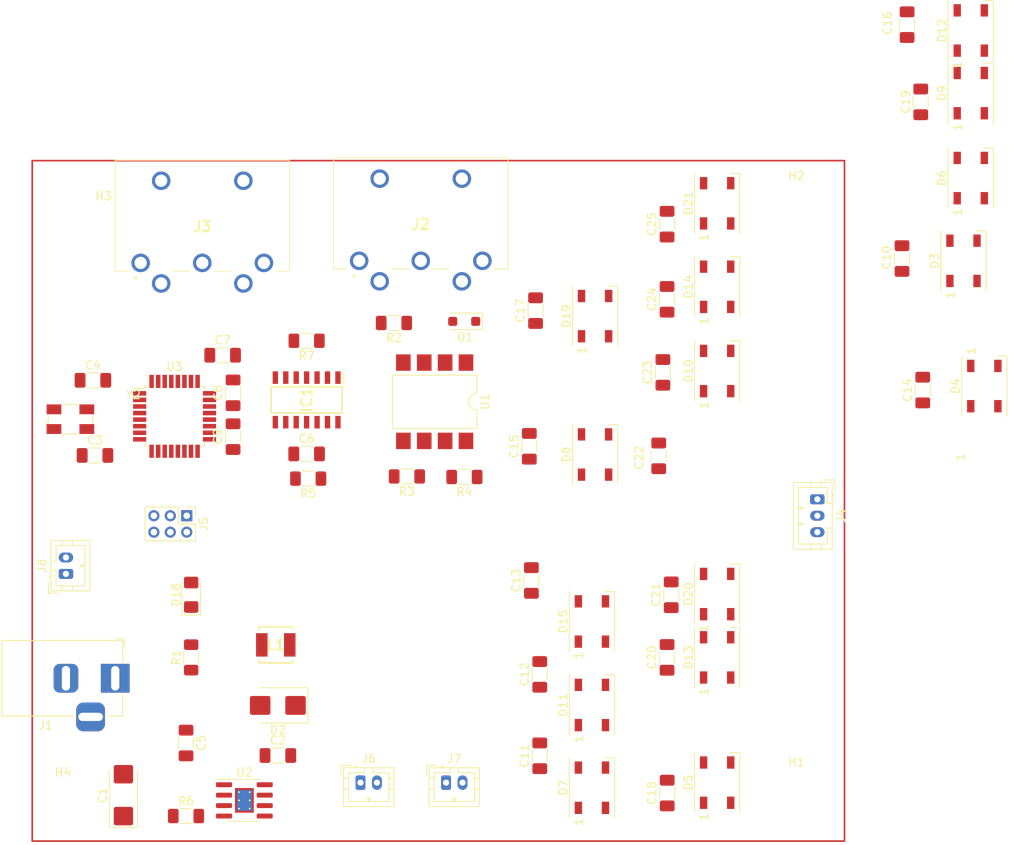
<source format=kicad_pcb>
(kicad_pcb (version 20221018) (generator pcbnew)
  (layers (0 "F.Cu" signal) (31 "B.Cu" signal) (34 "B.Paste" user) (35 "F.Paste" user) (36 "B.SilkS" user "B.Silkscreen") (37 "F.SilkS" user "F.Silkscreen") (38 "B.Mask" user) (39 "F.Mask" user) (44 "Edge.Cuts" user))
  (net 0 "")
  (net 1 "+12V")
  (net 2 "GND")
  (net 3 "Net-(U2-BST)")
  (net 4 "Net-(D2-K)")
  (net 5 "Net-(U3-XTAL2{slash}PB7)")
  (net 6 "Net-(U3-XTAL1{slash}PB6)")
  (net 7 "+5V")
  (net 8 "Net-(D1-K)")
  (net 9 "Net-(D1-A)")
  (net 10 "Net-(D3-DOUT)")
  (net 11 "ONBOARD LED DATA")
  (net 12 "Net-(D4-DOUT)")
  (net 13 "R1_DOUT")
  (net 14 "Net-(D5-DOUT)")
  (net 15 "Net-(D6-DOUT)")
  (net 16 "Net-(D7-DOUT)")
  (net 17 "Net-(D10-DIN)")
  (net 18 "Net-(D12-DIN)")
  (net 19 "Net-(D10-DOUT)")
  (net 20 "Net-(D11-DOUT)")
  (net 21 "Net-(D12-DOUT)")
  (net 22 "Net-(D13-DOUT)")
  (net 24 "Net-(D15-DOUT)")
  (net 25 "Net-(D18-K)")
  (net 26 "Net-(D19-DOUT)")
  (net 27 "Net-(D20-DOUT)")
  (net 28 "MIDI IN")
  (net 29 "Net-(IC1-1Y)")
  (net 30 "Net-(IC1-2Y)")
  (net 39 "Net-(J8-Pin_2)")
  (net 43 "Net-(J2-Pad4)")
  (net 46 "Net-(J3-Pad4)")
  (net 47 "Net-(J3-Pad5)")
  (net 48 "LED DATA")
  (net 49 "RESET")
  (net 50 "MISO")
  (net 51 "MOSI")
  (net 52 "SCK")
  (net 53 "Net-(J6-Pin_1)")
  (net 54 "Net-(J7-Pin_1)")
  (net 55 "Net-(U1-VO1)")
  (net 56 "Net-(U2-PGOOD)")
  (footprint "MountingHole:MountingHole_3mm" (layer "F.Cu") (at 101.6 37.846)
    (fp_text reference "H3" (at 4.572 0) (layer "F.SilkS"))
    (fp_text value "MountingHole")
    (pad "" np_thru_hole circle (at 0 0) (size 3 3) (drill 3) (layers "*.Cu" "*.Mask"))
  )
  (footprint "LED_SMD:LED_WS2812B_PLCC4_5.0x5.0mm_P3.2mm" (layer "F.Cu") (at 165.608 89.61 90)
    (fp_text reference "D15" (at 0 -3.5 90) (layer "F.SilkS"))
    (fp_text value "WS2812B")
    (fp_text user "1" (at -4.15 -1.6 90) (layer "F.SilkS"))
    (pad "1" smd rect (at -2.45 -1.65 90) (size 1.5 0.9) (layers "F.Cu" "F.Paste" "F.Mask") (net 1 "+12V"))
    (pad "2" smd rect (at -2.45 1.65 90) (size 1.5 0.9) (layers "F.Cu" "F.Paste" "F.Mask") (net 24 "Net-(D15-DOUT)"))
    (pad "3" smd rect (at 2.45 1.65 90) (size 1.5 0.9) (layers "F.Cu" "F.Paste" "F.Mask") (net 2 "GND"))
    (pad "4" smd rect (at 2.45 -1.65 90) (size 1.5 0.9) (layers "F.Cu" "F.Paste" "F.Mask") (net 21 "Net-(D12-DOUT)"))
  )
  (footprint "Capacitor_SMD:C_1206_3216Metric_Pad1.33x1.80mm_HandSolder" (layer "F.Cu") (at 174.244 59.294 90)
    (fp_text reference "C23" (at 0 -1.85 90) (layer "F.SilkS"))
    (fp_text value "0.1uF")
    (pad "1" smd roundrect (at -1.5625 0 90) (size 1.325 1.8) (layers "F.Cu" "F.Paste" "F.Mask") (roundrect_rratio 0.188679) (net 1 "+12V"))
    (pad "2" smd roundrect (at 1.5625 0 90) (size 1.325 1.8) (layers "F.Cu" "F.Paste" "F.Mask") (roundrect_rratio 0.188679) (net 2 "GND"))
  )
  (footprint "Capacitor_SMD:C_1206_3216Metric_Pad1.33x1.80mm_HandSolder" (layer "F.Cu") (at 157.988 68.288 90)
    (fp_text reference "C15" (at 0 -1.85 90) (layer "F.SilkS"))
    (fp_text value "0.1uF")
    (pad "1" smd roundrect (at -1.5625 0 90) (size 1.325 1.8) (layers "F.Cu" "F.Paste" "F.Mask") (roundrect_rratio 0.188679) (net 1 "+12V"))
    (pad "2" smd roundrect (at 1.5625 0 90) (size 1.325 1.8) (layers "F.Cu" "F.Paste" "F.Mask") (roundrect_rratio 0.188679) (net 2 "GND"))
  )
  (footprint "MountingHole:MountingHole_3mm" (layer "F.Cu") (at 190.5 110.744)
    (fp_text reference "H1" (at 0 -4) (layer "F.SilkS"))
    (fp_text value "MountingHole")
    (pad "" np_thru_hole circle (at 0 0) (size 3 3) (drill 3) (layers "*.Cu" "*.Mask"))
  )
  (footprint "LED_SMD:LED_WS2812B_PLCC4_5.0x5.0mm_P3.2mm" (layer "F.Cu") (at 180.848 38.72 90)
    (fp_text reference "D21" (at 0 -3.5 90) (layer "F.SilkS"))
    (fp_text value "WS2812B")
    (fp_text user "1" (at -4.15 -1.6 90) (layer "F.SilkS"))
    (pad "1" smd rect (at -2.45 -1.65 90) (size 1.5 0.9) (layers "F.Cu" "F.Paste" "F.Mask") (net 1 "+12V"))
    (pad "2" smd rect (at -2.45 1.65 90) (size 1.5 0.9) (layers "F.Cu" "F.Paste" "F.Mask") (net 13 "R1_DOUT"))
    (pad "3" smd rect (at 2.45 1.65 90) (size 1.5 0.9) (layers "F.Cu" "F.Paste" "F.Mask") (net 2 "GND"))
    (pad "4" smd rect (at 2.45 -1.65 90) (size 1.5 0.9) (layers "F.Cu" "F.Paste" "F.Mask") (net 27 "Net-(D20-DOUT)"))
  )
  (footprint "Capacitor_SMD:C_1206_3216Metric_Pad1.33x1.80mm_HandSolder" (layer "F.Cu") (at 120.668 57.21)
    (fp_text reference "C7" (at 0 -1.85) (layer "F.SilkS"))
    (fp_text value "10uF")
    (pad "1" smd roundrect (at -1.5625 0) (size 1.325 1.8) (layers "F.Cu" "F.Paste" "F.Mask") (roundrect_rratio 0.188679) (net 7 "+5V"))
    (pad "2" smd roundrect (at 1.5625 0) (size 1.325 1.8) (layers "F.Cu" "F.Paste" "F.Mask") (roundrect_rratio 0.188679) (net 2 "GND"))
  )
  (footprint "LED_SMD:LED_WS2812B_PLCC4_5.0x5.0mm_P3.2mm" (layer "F.Cu") (at 165.99 69.29 90)
    (fp_text reference "D8" (at 0 -3.5 90) (layer "F.SilkS"))
    (fp_text value "WS2812B")
    (fp_text user "1" (at 12.6 45.77 90) (layer "F.SilkS"))
    (pad "1" smd rect (at -2.45 -1.65 90) (size 1.5 0.9) (layers "F.Cu" "F.Paste" "F.Mask") (net 1 "+12V"))
    (pad "2" smd rect (at -2.45 1.65 90) (size 1.5 0.9) (layers "F.Cu" "F.Paste" "F.Mask") (net 17 "Net-(D10-DIN)"))
    (pad "3" smd rect (at 2.45 1.65 90) (size 1.5 0.9) (layers "F.Cu" "F.Paste" "F.Mask") (net 2 "GND"))
    (pad "4" smd rect (at 2.45 -1.65 90) (size 1.5 0.9) (layers "F.Cu" "F.Paste" "F.Mask") (net 16 "Net-(D7-DOUT)"))
  )
  (footprint "LED_SMD:LED_WS2812B_PLCC4_5.0x5.0mm_P3.2mm" (layer "F.Cu") (at 211.71 17.69 90)
    (fp_text reference "D12" (at 0 -3.5 90) (layer "F.SilkS"))
    (fp_text value "WS2812B")
    (fp_text user "1" (at -4.15 -1.6 90) (layer "F.SilkS"))
    (pad "1" smd rect (at -2.45 -1.65 90) (size 1.5 0.9) (layers "F.Cu" "F.Paste" "F.Mask") (net 1 "+12V"))
    (pad "2" smd rect (at -2.45 1.65 90) (size 1.5 0.9) (layers "F.Cu" "F.Paste" "F.Mask") (net 21 "Net-(D12-DOUT)"))
    (pad "3" smd rect (at 2.45 1.65 90) (size 1.5 0.9) (layers "F.Cu" "F.Paste" "F.Mask") (net 2 "GND"))
    (pad "4" smd rect (at 2.45 -1.65 90) (size 1.5 0.9) (layers "F.Cu" "F.Paste" "F.Mask") (net 18 "Net-(D12-DIN)"))
  )
  (footprint "Capacitor_SMD:C_1206_3216Metric_Pad1.33x1.80mm_HandSolder" (layer "F.Cu") (at 158.242 84.618 90)
    (fp_text reference "C13" (at 0 -1.85 90) (layer "F.SilkS"))
    (fp_text value "0.1uF")
    (pad "1" smd roundrect (at -1.5625 0 90) (size 1.325 1.8) (layers "F.Cu" "F.Paste" "F.Mask") (roundrect_rratio 0.188679) (net 1 "+12V"))
    (pad "2" smd roundrect (at 1.5625 0 90) (size 1.325 1.8) (layers "F.Cu" "F.Paste" "F.Mask") (roundrect_rratio 0.188679) (net 2 "GND"))
  )
  (footprint "Capacitor_SMD:C_1206_3216Metric_Pad1.33x1.80mm_HandSolder" (layer "F.Cu") (at 175.26 86.36 90)
    (fp_text reference "C21" (at 0 -1.85 90) (layer "F.SilkS"))
    (fp_text value "0.1uF")
    (pad "1" smd roundrect (at -1.5625 0 90) (size 1.325 1.8) (layers "F.Cu" "F.Paste" "F.Mask") (roundrect_rratio 0.188679) (net 1 "+12V"))
    (pad "2" smd roundrect (at 1.5625 0 90) (size 1.325 1.8) (layers "F.Cu" "F.Paste" "F.Mask") (roundrect_rratio 0.188679) (net 2 "GND"))
  )
  (footprint "Crystal:Crystal_SMD_Abracon_ABM3B-4Pin_5.0x3.2mm" (layer "F.Cu") (at 102.14 64.99)
    (fp_text reference "Y2" (at 7.66 -2.96) (layer "F.SilkS"))
    (fp_text value "16Mhz")
    (pad "1" smd rect (at -2 1.2) (size 1.8 1.2) (layers "F.Cu" "F.Paste" "F.Mask") (net 5 "Net-(U3-XTAL2{slash}PB7)"))
    (pad "2" smd rect (at 2 1.2) (size 1.8 1.2) (layers "F.Cu" "F.Paste" "F.Mask") (net 2 "GND"))
    (pad "3" smd rect (at 2 -1.2) (size 1.8 1.2) (layers "F.Cu" "F.Paste" "F.Mask") (net 6 "Net-(U3-XTAL1{slash}PB6)"))
    (pad "4" smd rect (at -2 -1.2) (size 1.8 1.2) (layers "F.Cu" "F.Paste" "F.Mask") (net 2 "GND"))
  )
  (footprint "Capacitor_SMD:C_1206_3216Metric_Pad1.33x1.80mm_HandSolder" (layer "F.Cu") (at 116.214 104.394 -90)
    (fp_text reference "C5" (at 0 -1.85 90) (layer "F.SilkS"))
    (fp_text value "47uF 6.3V")
    (pad "1" smd roundrect (at -1.5625 0 270) (size 1.325 1.8) (layers "F.Cu" "F.Paste" "F.Mask") (roundrect_rratio 0.188679) (net 7 "+5V"))
    (pad "2" smd roundrect (at 1.5625 0 270) (size 1.325 1.8) (layers "F.Cu" "F.Paste" "F.Mask") (roundrect_rratio 0.188679) (net 2 "GND"))
  )
  (footprint "Bourns-SRP0415:SRP04154R7K" (layer "F.Cu") (at 127.136 92.456 180)
    (fp_text reference "L1" (at 0 0) (layer "F.SilkS") (effects (font (size 1.27 1.27) (thickness 0.254))))
    (fp_text value "4.7uH" hide)
    (pad "1" smd rect (at -1.7 0 180) (size 1.4 2.85) (layers "F.Cu" "F.Paste" "F.Mask") (net 4 "Net-(D2-K)"))
    (pad "2" smd rect (at 1.7 0 180) (size 1.4 2.85) (layers "F.Cu" "F.Paste" "F.Mask") (net 7 "+5V"))
  )
  (footprint "Capacitor_SMD:C_1206_3216Metric_Pad1.33x1.80mm_HandSolder" (layer "F.Cu") (at 203.962 16.98 90)
    (fp_text reference "C16" (at 0.2065 -2.396 90) (layer "F.SilkS"))
    (fp_text value "0.1uF")
    (pad "1" smd roundrect (at -1.5625 0 90) (size 1.325 1.8) (layers "F.Cu" "F.Paste" "F.Mask") (roundrect_rratio 0.188679) (net 1 "+12V"))
    (pad "2" smd roundrect (at 1.5625 0 90) (size 1.325 1.8) (layers "F.Cu" "F.Paste" "F.Mask") (roundrect_rratio 0.188679) (net 2 "GND"))
  )
  (footprint "Connector_JST:JST_PH_B2B-PH-K_1x02_P2.00mm_Vertical" (layer "F.Cu") (at 101.6 83.82 90)
    (fp_text reference "J8" (at 1 -2.9 90) (layer "F.SilkS"))
    (fp_text value "Switch connector")
    (pad "1" thru_hole roundrect (at 0 0 90) (size 1.2 1.75) (drill 0.75) (layers "*.Cu" "*.Mask") (roundrect_rratio 0.208333) (net 1 "+12V"))
    (pad "2" thru_hole oval (at 2 0 90) (size 1.2 1.75) (drill 0.75) (layers "*.Cu" "*.Mask") (net 39 "Net-(J8-Pin_2)"))
  )
  (footprint "LED_SMD:LED_WS2812B_PLCC4_5.0x5.0mm_P3.2mm" (layer "F.Cu") (at 180.848 48.88 90)
    (fp_text reference "D14" (at 0 -3.5 90) (layer "F.SilkS"))
    (fp_text value "WS2812B")
    (fp_text user "1" (at -4.15 -1.6 90) (layer "F.SilkS"))
    (pad "1" smd rect (at -2.45 -1.65 90) (size 1.5 0.9) (layers "F.Cu" "F.Paste" "F.Mask") (net 1 "+12V"))
    (pad "2" smd rect (at -2.45 1.65 90) (size 1.5 0.9) (layers "F.Cu" "F.Paste" "F.Mask"))
    (pad "3" smd rect (at 2.45 1.65 90) (size 1.5 0.9) (layers "F.Cu" "F.Paste" "F.Mask") (net 2 "GND"))
    (pad "4" smd rect (at 2.45 -1.65 90) (size 1.5 0.9) (layers "F.Cu" "F.Paste" "F.Mask") (net 22 "Net-(D13-DOUT)"))
  )
  (footprint "Package_SO:SOIC-8-1EP_3.9x4.9mm_P1.27mm_EP2.29x3mm_ThermalVias" (layer "F.Cu") (at 123.314 111.379)
    (fp_text reference "U2" (at 0 -3.4) (layer "F.SilkS"))
    (fp_text value "Convertor ADP2303ARDZ-5.0")
    (pad "1" smd roundrect (at -2.475 -1.905) (size 1.95 0.6) (layers "F.Cu" "F.Paste" "F.Mask") (net 3 "Net-(U2-BST)"))
    (pad "2" smd roundrect (at -2.475 -0.635) (size 1.95 0.6) (layers "F.Cu" "F.Paste" "F.Mask") (net 1 "+12V"))
    (pad "3" smd roundrect (at -2.475 0.635) (size 1.95 0.6) (layers "F.Cu" "F.Paste" "F.Mask") (net 1 "+12V"))
    (pad "4" smd roundrect (at -2.475 1.905) (size 1.95 0.6) (layers "F.Cu" "F.Paste" "F.Mask") (net 56 "Net-(U2-PGOOD)"))
    (pad "5" smd roundrect (at 2.475 1.905) (size 1.95 0.6) (layers "F.Cu" "F.Paste" "F.Mask") (net 7 "+5V"))
    (pad "6" smd roundrect (at 2.475 0.635) (size 1.95 0.6) (layers "F.Cu" "F.Paste" "F.Mask"))
    (pad "7" smd roundrect (at 2.475 -0.635) (size 1.95 0.6) (layers "F.Cu" "F.Paste" "F.Mask") (net 2 "GND"))
    (pad "8" smd roundrect (at 2.475 -1.905) (size 1.95 0.6) (layers "F.Cu" "F.Paste" "F.Mask") (net 4 "Net-(D2-K)"))
    (pad "9" thru_hole circle (at -0.65 -1) (size 0.5 0.5) (drill 0.2) (layers "*.Cu") (net 2 "GND"))
    (pad "9" thru_hole circle (at -0.65 0) (size 0.5 0.5) (drill 0.2) (layers "*.Cu") (net 2 "GND"))
    (pad "9" thru_hole circle (at -0.65 1) (size 0.5 0.5) (drill 0.2) (layers "*.Cu") (net 2 "GND"))
    (pad "9" smd rect (at 0 0) (size 1.8 2.5) (layers "B.Cu") (net 2 "GND"))
    (pad "9" smd rect (at 0 0) (size 2.29 3) (layers "F.Cu" "F.Mask") (net 2 "GND"))
    (pad "9" thru_hole circle (at 0.65 -1) (size 0.5 0.5) (drill 0.2) (layers "*.Cu") (net 2 "GND"))
    (pad "9" thru_hole circle (at 0.65 0) (size 0.5 0.5) (drill 0.2) (layers "*.Cu") (net 2 "GND"))
    (pad "9" thru_hole circle (at 0.65 1) (size 0.5 0.5) (drill 0.2) (layers "*.Cu") (net 2 "GND"))
  )
  (footprint "Connector_PinHeader_2.00mm:PinHeader_2x03_P2.00mm_Vertical" (layer "F.Cu") (at 116.3 76.74 -90)
    (fp_text reference "J5" (at 1 -2.06 -270) (layer "F.SilkS"))
    (fp_text value "ISP")
    (pad "1" thru_hole rect (at 0 0 270) (size 1.35 1.35) (drill 0.8) (layers "*.Cu" "*.Mask") (net 7 "+5V"))
    (pad "2" thru_hole oval (at 2 0 270) (size 1.35 1.35) (drill 0.8) (layers "*.Cu" "*.Mask") (net 2 "GND"))
    (pad "3" thru_hole oval (at 0 2 270) (size 1.35 1.35) (drill 0.8) (layers "*.Cu" "*.Mask") (net 49 "RESET"))
    (pad "4" thru_hole oval (at 2 2 270) (size 1.35 1.35) (drill 0.8) (layers "*.Cu" "*.Mask") (net 50 "MISO"))
    (pad "5" thru_hole oval (at 0 4 270) (size 1.35 1.35) (drill 0.8) (layers "*.Cu" "*.Mask") (net 51 "MOSI"))
    (pad "6" thru_hole oval (at 2 4 270) (size 1.35 1.35) (drill 0.8) (layers "*.Cu" "*.Mask") (net 52 "SCK"))
  )
  (footprint "LED_SMD:LED_WS2812B_PLCC4_5.0x5.0mm_P3.2mm" (layer "F.Cu") (at 165.608 99.77 90)
    (fp_text reference "D11" (at 0 -3.5 90) (layer "F.SilkS"))
    (fp_text value "WS2812B")
    (fp_text user "1" (at -4.15 -1.6 90) (layer "F.SilkS"))
    (pad "1" smd rect (at -2.45 -1.65 90) (size 1.5 0.9) (layers "F.Cu" "F.Paste" "F.Mask") (net 1 "+12V"))
    (pad "2" smd rect (at -2.45 1.65 90) (size 1.5 0.9) (layers "F.Cu" "F.Paste" "F.Mask") (net 20 "Net-(D11-DOUT)"))
    (pad "3" smd rect (at 2.45 1.65 90) (size 1.5 0.9) (layers "F.Cu" "F.Paste" "F.Mask") (net 2 "GND"))
    (pad "4" smd rect (at 2.45 -1.65 90) (size 1.5 0.9) (layers "F.Cu" "F.Paste" "F.Mask") (net 19 "Net-(D10-DOUT)"))
  )
  (footprint "Connector_JST:JST_PH_B2B-PH-K_1x02_P2.00mm_Vertical" (layer "F.Cu") (at 137.446 109.22)
    (fp_text reference "J6" (at 1 -2.9) (layer "F.SilkS"))
    (fp_text value "Switch connector")
    (pad "1" thru_hole roundrect (at 0 0) (size 1.2 1.75) (drill 0.75) (layers "*.Cu" "*.Mask") (roundrect_rratio 0.208333) (net 53 "Net-(J6-Pin_1)"))
    (pad "2" thru_hole oval (at 2 0) (size 1.2 1.75) (drill 0.75) (layers "*.Cu" "*.Mask") (net 2 "GND"))
  )
  (footprint "Capacitor_SMD:C_1206_3216Metric_Pad1.33x1.80mm_HandSolder" (layer "F.Cu") (at 205.866 61.444 90)
    (fp_text reference "C14" (at 0 -1.85 90) (layer "F.SilkS"))
    (fp_text value "0.1uF")
    (pad "1" smd roundrect (at -1.5625 0 90) (size 1.325 1.8) (layers "F.Cu" "F.Paste" "F.Mask") (roundrect_rratio 0.188679) (net 1 "+12V"))
    (pad "2" smd roundrect (at 1.5625 0 90) (size 1.325 1.8) (layers "F.Cu" "F.Paste" "F.Mask") (roundrect_rratio 0.188679) (net 2 "GND"))
  )
  (footprint "Capacitor_SMD:C_1206_3216Metric_Pad1.33x1.80mm_HandSolder" (layer "F.Cu") (at 130.89 69.214751)
    (fp_text reference "C6" (at 0 -1.85) (layer "F.SilkS"))
    (fp_text value "0.1uF")
    (pad "1" smd roundrect (at -1.5625 0) (size 1.325 1.8) (layers "F.Cu" "F.Paste" "F.Mask") (roundrect_rratio 0.188679) (net 2 "GND"))
    (pad "2" smd roundrect (at 1.5625 0) (size 1.325 1.8) (layers "F.Cu" "F.Paste" "F.Mask") (roundrect_rratio 0.188679) (net 7 "+5V"))
  )
  (footprint "LED_SMD:LED_WS2812B_PLCC4_5.0x5.0mm_P3.2mm" (layer "F.Cu") (at 211.71 25.31 90)
    (fp_text reference "D9" (at 0 -3.5 90) (layer "F.SilkS"))
    (fp_text value "WS2812B")
    (fp_text user "1" (at -4.15 -1.6 90) (layer "F.SilkS"))
    (pad "1" smd rect (at -2.45 -1.65 90) (size 1.5 0.9) (layers "F.Cu" "F.Paste" "F.Mask") (net 1 "+12V"))
    (pad "2" smd rect (at -2.45 1.65 90) (size 1.5 0.9) (layers "F.Cu" "F.Paste" "F.Mask") (net 18 "Net-(D12-DIN)"))
    (pad "3" smd rect (at 2.45 1.65 90) (size 1.5 0.9) (layers "F.Cu" "F.Paste" "F.Mask") (net 2 "GND"))
    (pad "4" smd rect (at 2.45 -1.65 90) (size 1.5 0.9) (layers "F.Cu" "F.Paste" "F.Mask") (net 15 "Net-(D6-DOUT)"))
  )
  (footprint "Diode_SMD:D_SMB" (layer "F.Cu") (at 127.39 99.822 180)
    (fp_text reference "D2" (at 0 -3) (layer "F.SilkS"))
    (fp_text value "SSB43L")
    (pad "1" smd roundrect (at -2.15 0 180) (size 2.5 2.3) (layers "F.Cu" "F.Paste" "F.Mask") (roundrect_rratio 0.1086956522) (net 4 "Net-(D2-K)"))
    (pad "2" smd roundrect (at 2.15 0 180) (size 2.5 2.3) (layers "F.Cu" "F.Paste" "F.Mask") (roundrect_rratio 0.1086956522) (net 2 "GND"))
  )
  (footprint "Capacitor_SMD:C_1206_3216Metric_Pad1.33x1.80mm_HandSolder" (layer "F.Cu") (at 174.752 93.98 90)
    (fp_text reference "C20" (at 0 -1.85 90) (layer "F.SilkS"))
    (fp_text value "0.1uF")
    (pad "1" smd roundrect (at -1.5625 0 90) (size 1.325 1.8) (layers "F.Cu" "F.Paste" "F.Mask") (roundrect_rratio 0.188679) (net 1 "+12V"))
    (pad "2" smd roundrect (at 1.5625 0 90) (size 1.325 1.8) (layers "F.Cu" "F.Paste" "F.Mask") (roundrect_rratio 0.188679) (net 2 "GND"))
  )
  (footprint "Capacitor_SMD:C_1206_3216Metric_Pad1.33x1.80mm_HandSolder" (layer "F.Cu") (at 203.342 45.442 90)
    (fp_text reference "C10" (at 0.1205 -1.888 90) (layer "F.SilkS"))
    (fp_text value "0.1uF")
    (pad "1" smd roundrect (at -1.5625 0 90) (size 1.325 1.8) (layers "F.Cu" "F.Paste" "F.Mask") (roundrect_rratio 0.188679) (net 1 "+12V"))
    (pad "2" smd roundrect (at 1.5625 0 90) (size 1.325 1.8) (layers "F.Cu" "F.Paste" "F.Mask") (roundrect_rratio 0.188679) (net 2 "GND"))
  )
  (footprint "Capacitor_SMD:C_1206_3216Metric_Pad1.33x1.80mm_HandSolder" (layer "F.Cu") (at 159.258 105.954 90)
    (fp_text reference "C11" (at 0 -1.85 90) (layer "F.SilkS"))
    (fp_text value "0.1uF")
    (pad "1" smd roundrect (at -1.5625 0 90) (size 1.325 1.8) (layers "F.Cu" "F.Paste" "F.Mask") (roundrect_rratio 0.188679) (net 1 "+12V"))
    (pad "2" smd roundrect (at 1.5625 0 90) (size 1.325 1.8) (layers "F.Cu" "F.Paste" "F.Mask") (roundrect_rratio 0.188679) (net 2 "GND"))
  )
  (footprint "Connector_BarrelJack:BarrelJack_Horizontal" (layer "F.Cu") (at 107.6 96.52)
    (fp_text reference "J1" (at -8.45 5.75) (layer "F.SilkS"))
    (fp_text value "PWR Jack")
    (pad "1" thru_hole rect (at 0 0) (size 3.5 3.5) (drill oval 1 3) (layers "*.Cu" "*.Mask") (net 39 "Net-(J8-Pin_2)"))
    (pad "2" thru_hole roundrect (at -6 0) (size 3 3.5) (drill oval 1 3) (layers "*.Cu" "*.Mask") (net 2 "GND"))
    (pad "3" thru_hole roundrect (at -3 4.7) (size 3.5 3.5) (drill oval 3 1) (layers "*.Cu" "*.Mask"))
  )
  (footprint "Resistor_SMD:R_1206_3216Metric_Pad1.30x1.75mm_HandSolder" (layer "F.Cu") (at 150.089835 72.024243 180)
    (fp_text reference "R4" (at 0 -1.82) (layer "F.SilkS"))
    (fp_text value "220R")
    (pad "1" smd roundrect (at -1.55 0 180) (size 1.3 1.75) (layers "F.Cu" "F.Paste" "F.Mask") (roundrect_rratio 0.192308) (net 7 "+5V"))
    (pad "2" smd roundrect (at 1.55 0 180) (size 1.3 1.75) (layers "F.Cu" "F.Paste" "F.Mask") (roundrect_rratio 0.192308) (net 28 "MIDI IN"))
  )
  (footprint "LED_SMD:LED_WS2812B_PLCC4_5.0x5.0mm_P3.2mm" (layer "F.Cu") (at 210.82 45.72 90)
    (fp_text reference "D3" (at 0 -3.5 90) (layer "F.SilkS"))
    (fp_text value "WS2812B")
    (fp_text user "1" (at -4.15 -1.6 90) (layer "F.SilkS"))
    (pad "1" smd rect (at -2.45 -1.65 90) (size 1.5 0.9) (layers "F.Cu" "F.Paste" "F.Mask") (net 1 "+12V"))
    (pad "2" smd rect (at -2.45 1.65 90) (size 1.5 0.9) (layers "F.Cu" "F.Paste" "F.Mask") (net 10 "Net-(D3-DOUT)"))
    (pad "3" smd rect (at 2.45 1.65 90) (size 1.5 0.9) (layers "F.Cu" "F.Paste" "F.Mask") (net 2 "GND"))
    (pad "4" smd rect (at 2.45 -1.65 90) (size 1.5 0.9) (layers "F.Cu" "F.Paste" "F.Mask") (net 11 "ONBOARD LED DATA"))
  )
  (footprint "Capacitor_SMD:C_1206_3216Metric_Pad1.33x1.80mm_HandSolder" (layer "F.Cu") (at 121.938 61.782 90)
    (fp_text reference "C8" (at 0 -1.85 90) (layer "F.SilkS"))
    (fp_text value "1uF")
    (pad "1" smd roundrect (at -1.5625 0 90) (size 1.325 1.8) (layers "F.Cu" "F.Paste" "F.Mask") (roundrect_rratio 0.188679) (net 7 "+5V"))
    (pad "2" smd roundrect (at 1.5625 0 90) (size 1.325 1.8) (layers "F.Cu" "F.Paste" "F.Mask") (roundrect_rratio 0.188679) (net 2 "GND"))
  )
  (footprint "Capacitor_SMD:C_1206_3216Metric_Pad1.33x1.80mm_HandSolder" (layer "F.Cu") (at 127.39 105.918)
    (fp_text reference "C2" (at 0 -1.85) (layer "F.SilkS"))
    (fp_text value "0.1uF")
    (pad "1" smd roundrect (at -1.5625 0) (size 1.325 1.8) (layers "F.Cu" "F.Paste" "F.Mask") (roundrect_rratio 0.188679) (net 3 "Net-(U2-BST)"))
    (pad "2" smd roundrect (at 1.5625 0) (size 1.325 1.8) (layers "F.Cu" "F.Paste" "F.Mask") (roundrect_rratio 0.188679) (net 4 "Net-(D2-K)"))
  )
  (footprint "LED_SMD:LED_WS2812B_PLCC4_5.0x5.0mm_P3.2mm" (layer "F.Cu") (at 180.848 86.27 90)
    (fp_text reference "D20" (at 0 -3.5 90) (layer "F.SilkS"))
    (fp_text value "WS2812B")
    (fp_text user "1" (at -4.15 -1.6 90) (layer "F.SilkS"))
    (pad "1" smd rect (at -2.45 -1.65 90) (size 1.5 0.9) (layers "F.Cu" "F.Paste" "F.Mask") (net 1 "+12V"))
    (pad "2" smd rect (at -2.45 1.65 90) (size 1.5 0.9) (layers "F.Cu" "F.Paste" "F.Mask") (net 27 "Net-(D20-DOUT)"))
    (pad "3" smd rect (at 2.45 1.65 90) (size 1.5 0.9) (layers "F.Cu" "F.Paste" "F.Mask") (net 2 "GND"))
    (pad "4" smd rect (at 2.45 -1.65 90) (size 1.5 0.9) (layers "F.Cu" "F.Paste" "F.Mask") (net 26 "Net-(D19-DOUT)"))
  )
  (footprint "Capacitor_Tantalum_SMD:CP_EIA-6032-28_Kemet-C_Pad2.25x2.35mm_HandSolder" (layer "F.Cu") (at 108.594 110.744 90)
    (fp_text reference "C1" (at 0 -2.55 90) (layer "F.SilkS"))
    (fp_text value "10uF 25V")
    (pad "1" smd roundrect (at -2.55 0 90) (size 2.25 2.35) (layers "F.Cu" "F.Paste" "F.Mask") (roundrect_rratio 0.111111) (net 1 "+12V"))
    (pad "2" smd roundrect (at 2.55 0 90) (size 2.25 2.35) (layers "F.Cu" "F.Paste" "F.Mask") (roundrect_rratio 0.111111) (net 2 "GND"))
  )
  (footprint "LED_SMD:LED_WS2812B_PLCC4_5.0x5.0mm_P3.2mm" (layer "F.Cu") (at 180.848 109.22 90)
    (fp_text reference "D5" (at 0 -3.5 90) (layer "F.SilkS"))
    (fp_text value "WS2812B")
    (fp_text user "1" (at -4.15 -1.6 90) (layer "F.SilkS"))
    (pad "1" smd rect (at -2.45 -1.65 90) (size 1.5 0.9) (layers "F.Cu" "F.Paste" "F.Mask") (net 1 "+12V"))
    (pad "2" smd rect (at -2.45 1.65 90) (size 1.5 0.9) (layers "F.Cu" "F.Paste" "F.Mask") (net 14 "Net-(D5-DOUT)"))
    (pad "3" smd rect (at 2.45 1.65 90) (size 1.5 0.9) (layers "F.Cu" "F.Paste" "F.Mask") (net 2 "GND"))
    (pad "4" smd rect (at 2.45 -1.65 90) (size 1.5 0.9) (layers "F.Cu" "F.Paste" "F.Mask") (net 12 "Net-(D4-DOUT)"))
  )
  (footprint "Connector_JST:JST_PH_B3B-PH-K_1x03_P2.00mm_Vertical" (layer "F.Cu") (at 193.04 74.74 -90)
    (fp_text reference "J4" (at 2 -2.9 -270) (layer "F.SilkS"))
    (fp_text value "LED Connector Conn_01x03")
    (pad "1" thru_hole roundrect (at 0 0 270) (size 1.2 1.75) (drill 0.75) (layers "*.Cu" "*.Mask") (roundrect_rratio 0.208333) (net 2 "GND"))
    (pad "2" thru_hole oval (at 2 0 270) (size 1.2 1.75) (drill 0.75) (layers "*.Cu" "*.Mask") (net 48 "LED DATA"))
    (pad "3" thru_hole oval (at 4 0 270) (size 1.2 1.75) (drill 0.75) (layers "*.Cu" "*.Mask") (net 1 "+12V"))
  )
  (footprint "LED_SMD:LED_WS2812B_PLCC4_5.0x5.0mm_P3.2mm" (layer "F.Cu") (at 211.71 35.65 90)
    (fp_text reference "D6" (at 0 -3.5 90) (layer "F.SilkS"))
    (fp_text value "WS2812B")
    (fp_text user "1" (at -4.15 -1.6 90) (layer "F.SilkS"))
    (pad "1" smd rect (at -2.45 -1.65 90) (size 1.5 0.9) (layers "F.Cu" "F.Paste" "F.Mask") (net 1 "+12V"))
    (pad "2" smd rect (at -2.45 1.65 90) (size 1.5 0.9) (layers "F.Cu" "F.Paste" "F.Mask") (net 15 "Net-(D6-DOUT)"))
    (pad "3" smd rect (at 2.45 1.65 90) (size 1.5 0.9) (layers "F.Cu" "F.Paste" "F.Mask") (net 2 "GND"))
    (pad "4" smd rect (at 2.45 -1.65 90) (size 1.5 0.9) (layers "F.Cu" "F.Paste" "F.Mask") (net 10 "Net-(D3-DOUT)"))
  )
  (footprint "Resistor_SMD:R_1206_3216Metric_Pad1.30x1.75mm_HandSolder" (layer "F.Cu") (at 116.84 93.98 90)
    (fp_text reference "R1" (at 0 -1.82 90) (layer "F.SilkS"))
    (fp_text value "100R")
    (pad "1" smd roundrect (at -1.55 0 90) (size 1.3 1.75) (layers "F.Cu" "F.Paste" "F.Mask") (roundrect_rratio 0.192308) (net 25 "Net-(D18-K)"))
    (pad "2" smd roundrect (at 1.55 0 90) (size 1.3 1.75) (layers "F.Cu" "F.Paste" "F.Mask") (roundrect_rratio 0.192308) (net 2 "GND"))
  )
  (footprint "Resistor_SMD:R_1206_3216Metric_Pad1.30x1.75mm_HandSolder" (layer "F.Cu") (at 116.214 113.284)
    (fp_text reference "R6" (at 0 -1.82) (layer "F.SilkS"))
    (fp_text value "100k")
    (pad "1" smd roundrect (at -1.55 0) (size 1.3 1.75) (layers "F.Cu" "F.Paste" "F.Mask") (roundrect_rratio 0.192308) (net 1 "+12V"))
    (pad "2" smd roundrect (at 1.55 0) (size 1.3 1.75) (layers "F.Cu" "F.Paste" "F.Mask") (roundrect_rratio 0.192308) (net 56 "Net-(U2-PGOOD)"))
  )
  (footprint "LED_SMD:LED_1206_3216Metric_Pad1.42x1.75mm_HandSolder" (layer "F.Cu") (at 116.84 86.36 90)
    (fp_text reference "D18" (at 0 -1.82 90) (layer "F.SilkS"))
    (fp_text value "PWR_LED")
    (pad "1" smd roundrect (at -1.4875 0 90) (size 1.425 1.75) (layers "F.Cu" "F.Paste" "F.Mask") (roundrect_rratio 0.175439) (net 25 "Net-(D18-K)"))
    (pad "2" smd roundrect (at 1.4875 0 90) (size 1.425 1.75) (layers "F.Cu" "F.Paste" "F.Mask") (roundrect_rratio 0.175439) (net 7 "+5V"))
  )
  (footprint "Package_QFP:TQFP-32_7x7mm_P0.8mm" (layer "F.Cu") (at 114.82 64.644)
    (fp_text reference "U3" (at 0 -6.05) (layer "F.SilkS"))
    (fp_text value "ATmega328P-A")
    (pad "1" smd rect (at -4.25 -2.8) (size 1.6 0.55) (layers "F.Cu" "F.Paste" "F.Mask"))
    (pad "2" smd rect (at -4.25 -2) (size 1.6 0.55) (layers "F.Cu" "F.Paste" "F.Mask"))
    (pad "3" smd rect (at -4.25 -1.2) (size 1.6 0.55) (layers "F.Cu" "F.Paste" "F.Mask") (net 2 "GND"))
    (pad "4" smd rect (at -4.25 -0.4) (size 1.6 0.55) (layers "F.Cu" "F.Paste" "F.Mask") (net 7 "+5V"))
    (pad "5" smd rect (at -4.25 0.4) (size 1.6 0.55) (layers "F.Cu" "F.Paste" "F.Mask") (net 2 "GND"))
    (pad "6" smd rect (at -4.25 1.2) (size 1.6 0.55) (layers "F.Cu" "F.Paste" "F.Mask") (net 7 "+5V"))
    (pad "7" smd rect (at -4.25 2) (size 1.6 0.55) (layers "F.Cu" "F.Paste" "F.Mask") (net 6 "Net-(U3-XTAL1{slash}PB6)"))
    (pad "8" smd rect (at -4.25 2.8) (size 1.6 0.55) (layers "F.Cu" "F.Paste" "F.Mask") (net 5 "Net-(U3-XTAL2{slash}PB7)"))
    (pad "9" smd rect (at -2.8 4.25 90) (size 1.6 0.55) (layers "F.Cu" "F.Paste" "F.Mask"))
    (pad "10" smd rect (at -2 4.25 90) (size 1.6 0.55) (layers "F.Cu" "F.Paste" "F.Mask") (net 53 "Net-(J6-Pin_1)"))
    (pad "11" smd rect (at -1.2 4.25 90) (size 1.6 0.55) (layers "F.Cu" "F.Paste" "F.Mask") (net 54 "Net-(J7-Pin_1)"))
    (pad "12" smd rect (at -0.4 4.25 90) (size 1.6 0.55) (layers "F.Cu" "F.Paste" "F.Mask") (net 28 "MIDI IN"))
    (pad "13" smd rect (at 0.4 4.25 90) (size 1.6 0.55) (layers "F.Cu" "F.Paste" "F.Mask") (net 48 "LED DATA"))
    (pad "14" smd rect (at 1.2 4.25 90) (size 1.6 0.55) (layers "F.Cu" "F.Paste" "F.Mask"))
    (pad "15" smd rect (at 2 4.25 90) (size 1.6 0.55) (layers "F.Cu" "F.Paste" "F.Mask") (net 51 "MOSI"))
    (pad "16" smd rect (at 2.8 4.25 90) (size 1.6 0.55) (layers "F.Cu" "F.Paste" "F.Mask") (net 50 "MISO"))
    (pad "17" smd rect (at 4.25 2.8) (size 1.6 0.55) (layers "F.Cu" "F.Paste" "F.Mask") (net 52 "SCK"))
    (pad "18" smd rect (at 4.25 2) (size 1.6 0.55) (layers "F.Cu" "F.Paste" "F.Mask") (net 7 "+5V"))
    (pad "19" smd rect (at 4.25 1.2) (size 1.6 0.55) (layers "F.Cu" "F.Paste" "F.Mask"))
    (pad "20" smd rect (at 4.25 0.4) (size 1.6 0.55) (layers "F.Cu" "F.Paste" "F.Mask"))
    (pad "21" smd rect (at 4.25 -0.4) (size 1.6 0.55) (layers "F.Cu" "F.Paste" "F.Mask") (net 2 "GND"))
    (pad "22" smd rect (at 4.25 -1.2) (size 1.6 0.55) (layers "F.Cu" "F.Paste" "F.Mask"))
    (pad "23" smd rect (at 4.25 -2) (size 1.6 0.55) (layers "F.Cu" "F.Paste" "F.Mask"))
    (pad "24" smd rect (at 4.25 -2.8) (size 1.6 0.55) (layers "F.Cu" "F.Paste" "F.Mask"))
    (pad "25" smd rect (at 2.8 -4.25 90) (size 1.6 0.55) (layers "F.Cu" "F.Paste" "F.Mask"))
    (pad "26" smd rect (at 2 -4.25 90) (size 1.6 0.55) (layers "F.Cu" "F.Paste" "F.Mask"))
    (pad "27" smd rect (at 1.2 -4.25 90) (size 1.6 0.55) (layers "F.Cu" "F.Paste" "F.Mask"))
    (pad "28" smd rect (at 0.4 -4.25 90) (size 1.6 0.55) (layers "F.Cu" "F.Paste" "F.Mask"))
    (pad "29" smd rect (at -0.4 -4.25 90) (size 1.6 0.55) (layers "F.Cu" "F.Paste" "F.Mask") (net 49 "RESET"))
    (pad "30" smd rect (at -1.2 -4.25 90) (size 1.6 0.55) (layers "F.Cu" "F.Paste" "F.Mask") (net 11 "ONBOARD LED DATA"))
    (pad "31" smd rect (at -2 -4.25 90) (size 1.6 0.55) (layers "F.Cu" "F.Paste" "F.Mask"))
    (pad "32" smd rect (at -2.8 -4.25 90) (size 1.6 0.55) (layers "F.Cu" "F.Paste" "F.Mask"))
  )
  (footprint "Capacitor_SMD:C_1206_3216Metric_Pad1.33x1.80mm_HandSolder" (layer "F.Cu") (at 205.6236 26.3775 90)
    (fp_text reference "C19" (at 0 -1.85 90) (layer "F.SilkS"))
    (fp_text value "0.1uF")
    (pad "1" smd roundrect (at -1.5625 0 90) (size 1.325 1.8) (layers "F.Cu" "F.Paste" "F.Mask") (roundrect_rratio 0.188679) (net 1 "+12V"))
    (pad "2" smd roundrect (at 1.5625 0 90) (size 1.325 1.8) (layers "F.Cu" "F.Paste" "F.Mask") (roundrect_rratio 0.188679) (net 2 "GND"))
  )
  (footprint "Capacitor_SMD:C_1206_3216Metric_Pad1.33x1.80mm_HandSolder" (layer "F.Cu") (at 158.75 51.778 90)
    (fp_text reference "C17" (at 0 -1.85 90) (layer "F.SilkS"))
    (fp_text value "0.1uF")
    (pad "1" smd roundrect (at -1.5625 0 90) (size 1.325 1.8) (layers "F.Cu" "F.Paste" "F.Mask") (roundrect_rratio 0.188679) (net 1 "+12V"))
    (pad "2" smd roundrect (at 1.5625 0 90) (size 1.325 1.8) (layers "F.Cu" "F.Paste" "F.Mask") (roundrect_rratio 0.188679) (net 2 "GND"))
  )
  (footprint "Capacitor_SMD:C_1206_3216Metric_Pad1.33x1.80mm_HandSolder" (layer "F.Cu") (at 174.768 110.488 90)
    (fp_text reference "C18" (at 0 -1.85 90) (layer "F.SilkS"))
    (fp_text value "0.1uF")
    (pad "1" smd roundrect (at -1.5625 0 90) (size 1.325 1.8) (layers "F.Cu" "F.Paste" "F.Mask") (roundrect_rratio 0.188679) (net 1 "+12V"))
    (pad "2" smd roundrect (at 1.5625 0 90) (size 1.325 1.8) (layers "F.Cu" "F.Paste" "F.Mask") (roundrect_rratio 0.188679) (net 2 "GND"))
  )
  (footprint "LED_SMD:LED_WS2812B_PLCC4_5.0x5.0mm_P3.2mm" (layer "F.Cu") (at 180.848 93.98 90)
    (fp_text reference "D13" (at 0 -3.5 90) (layer "F.SilkS"))
    (fp_text value "WS2812B")
    (fp_text user "1" (at -4.15 -1.6 90) (layer "F.SilkS"))
    (pad "1" smd rect (at -2.45 -1.65 90) (size 1.5 0.9) (layers "F.Cu" "F.Paste" "F.Mask") (net 1 "+12V"))
    (pad "2" smd rect (at -2.45 1.65 90) (size 1.5 0.9) (layers "F.Cu" "F.Paste" "F.Mask") (net 22 "Net-(D13-DOUT)"))
    (pad "3" smd rect (at 2.45 1.65 90) (size 1.5 0.9) (layers "F.Cu" "F.Paste" "F.Mask") (net 2 "GND"))
    (pad "4" smd rect (at 2.45 -1.65 90) (size 1.5 0.9) (layers "F.Cu" "F.Paste" "F.Mask") (net 20 "Net-(D11-DOUT)"))
  )
  (footprint "Capacitor_SMD:C_1206_3216Metric_Pad1.33x1.80mm_HandSolder" (layer "F.Cu") (at 173.736 69.454 90)
    (fp_text reference "C22" (at -0.2155 -2.396 90) (layer "F.SilkS"))
    (fp_text value "0.1uF")
    (pad "1" smd roundrect (at -1.5625 0 90) (size 1.325 1.8) (layers "F.Cu" "F.Paste" "F.Mask") (roundrect_rratio 0.188679) (net 1 "+12V"))
    (pad "2" smd roundrect (at 1.5625 0 90) (size 1.325 1.8) (layers "F.Cu" "F.Paste" "F.Mask") (roundrect_rratio 0.188679) (net 2 "GND"))
  )
  (footprint "Logic gates:SOIC127P600X175-14N" (layer "F.Cu") (at 130.89 62.644 -90)
    (fp_text reference "IC1" (at 0 0 90) (layer "F.SilkS") (effects (font (size 1.27 1.27) (thickness 0.254))))
    (fp_text value "NOT GATES N74HCT04DR" hide)
    (pad "1" smd rect (at -2.712 -3.81) (size 0.65 1.525) (layers "F.Cu" "F.Paste" "F.Mask") (net 28 "MIDI IN"))
    (pad "2" smd rect (at -2.712 -2.54) (size 0.65 1.525) (layers "F.Cu" "F.Paste" "F.Mask") (net 29 "Net-(IC1-1Y)"))
    (pad "3" smd rect (at -2.712 -1.27) (size 0.65 1.525) (layers "F.Cu" "F.Paste" "F.Mask") (net 29 "Net-(IC1-1Y)"))
    (pad "4" smd rect (at -2.712 0) (size 0.65 1.525) (layers "F.Cu" "F.Paste" "F.Mask") (net 30 "Net-(IC1-2Y)"))
    (pad "5" smd rect (at -2.712 1.27) (size 0.65 1.525) (layers "F.Cu" "F.Paste" "F.Mask"))
    (pad "6" smd rect (at -2.712 2.54) (size 0.65 1.525) (layers "F.Cu" "F.Paste" "F.Mask"))
    (pad "7" smd rect (at -2.712 3.81) (size 0.65 1.525) (layers "F.Cu" "F.Paste" "F.Mask") (net 2 "GND"))
    (pad "8" smd rect (at 2.712 3.81) (size 0.65 1.525) (layers "F.Cu" "F.Paste" "F.Mask"))
    (pad "9" smd rect (at 2.712 2.54) (size 0.65 1.525) (layers "F.Cu" "F.Paste" "F.Mask"))
    (pad "10" smd rect (at 2.712 1.27) (size 0.65 1.525) (layers "F.Cu" "F.Paste" "F.Mask"))
    (pad "11" smd rect (at 2.712 0) (size 0.65 1.525) (layers "F.Cu" "F.Paste" "F.Mask"))
    (pad "12" smd rect (at 2.712 -1.27) (size 0.65 1.525) (layers "F.Cu" "F.Paste" "F.Mask"))
    (pad "13" smd rect (at 2.712 -2.54) (size 0.65 1.525) (layers "F.Cu" "F.Paste" "F.Mask"))
    (pad "14" smd rect (at 2.712 -3.81) (size 0.65 1.525) (layers "F.Cu" "F.Paste" "F.Mask") (net 7 "+5V"))
  )
  (footprint "LED_SMD:LED_WS2812B_PLCC4_5.0x5.0mm_P3.2mm" (layer "F.Cu") (at 180.848 59.13 90)
    (fp_text reference "D10" (at 0 -3.5 90) (layer "F.SilkS"))
    (fp_text value "WS2812B")
    (fp_text user "1" (at -4.15 -1.6 90) (layer "F.SilkS"))
    (pad "1" smd rect (at -2.45 -1.65 90) (size 1.5 0.9) (layers "F.Cu" "F.Paste" "F.Mask") (net 1 "+12V"))
    (pad "2" smd rect (at -2.45 1.65 90) (size 1.5 0.9) (layers "F.Cu" "F.Paste" "F.Mask") (net 19 "Net-(D10-DOUT)"))
    (pad "3" smd rect (at 2.45 1.65 90) (size 1.5 0.9) (layers "F.Cu" "F.Paste" "F.Mask") (net 2 "GND"))
    (pad "4" smd rect (at 2.45 -1.65 90) (size 1.5 0.9) (layers "F.Cu" "F.Paste" "F.Mask") (net 17 "Net-(D10-DIN)"))
  )
  (footprint "Capacitor_SMD:C_1206_3216Metric_Pad1.33x1.80mm_HandSolder" (layer "F.Cu") (at 121.938 67.116 90)
    (fp_text reference "C9" (at 0 -1.85 90) (layer "F.SilkS"))
    (fp_text value "1uF")
    (pad "1" smd roundrect (at -1.5625 0 90) (size 1.325 1.8) (layers "F.Cu" "F.Paste" "F.Mask") (roundrect_rratio 0.188679) (net 7 "+5V"))
    (pad "2" smd roundrect (at 1.5625 0 90) (size 1.325 1.8) (layers "F.Cu" "F.Paste" "F.Mask") (roundrect_rratio 0.188679) (net 2 "GND"))
  )
  (footprint "Capacitor_SMD:C_1206_3216Metric_Pad1.33x1.80mm_HandSolder" (layer "F.Cu") (at 159.258 96.048 90)
    (fp_text reference "C12" (at 0 -1.85 90) (layer "F.SilkS"))
    (fp_text value "0.1uF")
    (pad "1" smd roundrect (at -1.5625 0 90) (size 1.325 1.8) (layers "F.Cu" "F.Paste" "F.Mask") (roundrect_rratio 0.188679) (net 1 "+12V"))
    (pad "2" smd roundrect (at 1.5625 0 90) (size 1.325 1.8) (layers "F.Cu" "F.Paste" "F.Mask") (roundrect_rratio 0.188679) (net 2 "GND"))
  )
  (footprint "Resistor_SMD:R_1206_3216Metric_Pad1.30x1.75mm_HandSolder" (layer "F.Cu") (at 130.89 55.45 180)
    (fp_text reference "R7" (at 0 -1.82) (layer "F.SilkS"))
    (fp_text value "220R")
    (pad "1" smd roundrect (at -1.55 0 180) (size 1.3 1.75) (layers "F.Cu" "F.Paste" "F.Mask") (roundrect_rratio 0.192308) (net 30 "Net-(IC1-2Y)"))
    (pad "2" smd roundrect (at 1.55 0 180) (size 1.3 1.75) (layers "F.Cu" "F.Paste" "F.Mask") (roundrect_rratio 0.192308) (net 47 "Net-(J3-Pad5)"))
  )
  (footprint "Package_DIP:SMDIP-8_W9.53mm" (layer "F.Cu") (at 146.471079 62.86762 -90)
    (fp_text reference "U1" (at 0 -6.14 90) (layer "F.SilkS"))
    (fp_text value "6N138 Optocoupler")
    (pad "1" smd rect (at -4.765 -3.81 270) (size 2 1.78) (layers "F.Cu" "F.Paste" "F.Mask"))
    (pad "2" smd rect (at -4.765 -1.27 270) (size 2 1.78) (layers "F.Cu" "F.Paste" "F.Mask") (net 8 "Net-(D1-K)"))
    (pad "3" smd rect (at -4.765 1.27 270) (size 2 1.78) (layers "F.Cu" "F.Paste" "F.Mask") (net 9 "Net-(D1-A)"))
    (pad "4" smd rect (at -4.765 3.81 270) (size 2 1.78) (layers "F.Cu" "F.Paste" "F.Mask"))
    (pad "5" smd rect (at 4.765 3.81 270) (size 2 1.78) (layers "F.Cu" "F.Paste" "F.Mask") (net 2 "GND"))
    (pad "6" smd rect (at 4.765 1.27 270) (size 2 1.78) (layers "F.Cu" "F.Paste" "F.Mask") (net 28 "MIDI IN"))
    (pad "7" smd rect (at 4.765 -1.27 270) (size 2 1.78) (layers "F.Cu" "F.Paste" "F.Mask") (net 55 "Net-(U1-VO1)"))
    (pad "8" smd rect (at 4.765 -3.81 270) (size 2 1.78) (layers "F.Cu" "F.Paste" "F.Mask") (net 7 "+5V"))
  )
  (footprint "Capacitor_SMD:C_1206_3216Metric_Pad1.33x1.80mm_HandSolder" (layer "F.Cu") (at 174.752 50.404 90)
    (fp_text reference "C24" (at 0 -1.85 90) (layer "F.SilkS"))
    (fp_text value "0.1uF")
    (pad "1" smd roundrect (at -1.5625 0 90) (size 1.325 1.8) (layers "F.Cu" "F.Paste" "F.Mask") (roundrect_rratio 0.188679) (net 1 "+12V"))
    (pad "2" smd roundrect (at 1.5625 0 90) (size 1.325 1.8) (layers "F.Cu" "F.Paste" "F.Mask") (roundrect_rratio 0.188679) (net 2 "GND"))
  )
  (footprint "Resistor_SMD:R_1206_3216Metric_Pad1.30x1.75mm_HandSolder" (layer "F.Cu") (at 131.080213 72.225707 180)
    (fp_text reference "R5" (at 0 -1.82) (layer "F.SilkS"))
    (fp_text value "220R")
    (pad "1" smd roundrect (at -1.55 0 180) (size 1.3 1.75) (layers "F.Cu" "F.Paste" "F.Mask") (roundrect_rratio 0.192308) (net 7 "+5V"))
    (pad "2" smd roundrect (at 1.55 0 180) (size 1.3 1.75) (layers "F.Cu" "F.Paste" "F.Mask") (roundrect_rratio 0.192308) (net 46 "Net-(J3-Pad4)"))
  )
  (footprint "Connector_JST:JST_PH_B2B-PH-K_1x02_P2.00mm_Vertical" (layer "F.Cu") (at 147.86 109.22)
    (fp_text reference "J7" (at 1 -2.9) (layer "F.SilkS"))
    (fp_text value "Switch connector")
    (pad "1" thru_hole roundrect (at 0 0) (size 1.2 1.75) (drill 0.75) (layers "*.Cu" "*.Mask") (roundrect_rratio 0.208333) (net 54 "Net-(J7-Pin_1)"))
    (pad "2" thru_hole oval (at 2 0) (size 1.2 1.75) (drill 0.75) (layers "*.Cu" "*.Mask") (net 2 "GND"))
  )
  (footprint "Resistor_SMD:R_1206_3216Metric_Pad1.30x1.75mm_HandSolder" (layer "F.Cu") (at 143.092606 71.959491 180)
    (fp_text reference "R3" (at 0 -1.82) (layer "F.SilkS"))
    (fp_text value "4.7k")
    (pad "1" smd roundrect (at -1.55 0 180) (size 1.3 1.75) (layers "F.Cu" "F.Paste" "F.Mask") (roundrect_rratio 0.192308) (net 55 "Net-(U1-VO1)"))
    (pad "2" smd roundrect (at 1.55 0 180) (size 1.3 1.75) (layers "F.Cu" "F.Paste" "F.Mask") (roundrect_rratio 0.192308) (net 2 "GND"))
  )
  (footprint "Capacitor_SMD:C_1206_3216Metric_Pad1.33x1.80mm_HandSolder" (layer "F.Cu") (at 104.8815 60.258)
    (fp_text reference "C4" (at 0 -1.85) (layer "F.SilkS"))
    (fp_text value "22pF")
    (pad "1" smd roundrect (at -1.5625 0) (size 1.325 1.8) (layers "F.Cu" "F.Paste" "F.Mask") (roundrect_rratio 0.188679) (net 2 "GND"))
    (pad "2" smd roundrect (at 1.5625 0) (size 1.325 1.8) (layers "F.Cu" "F.Paste" "F.Mask") (roundrect_rratio 0.188679) (net 6 "Net-(U3-XTAL1{slash}PB6)"))
  )
  (footprint "MountingHole:MountingHole_3mm" (layer "F.Cu") (at 190.5 39.37)
    (fp_text reference "H2" (at 0 -4) (layer "F.SilkS"))
    (fp_text value "MountingHole")
    (pad "" np_thru_hole circle (at 0 0) (size 3 3) (drill 3) (layers "*.Cu" "*.Mask"))
  )
  (footprint "Diode_SMD:D_SOD-123F" (layer "F.Cu") (at 150.0648 53.090108 180)
    (fp_text reference "D1" (at -0.127 -1.905) (layer "F.SilkS"))
    (fp_text value "1N914")
    (pad "1" smd roundrect (at -1.4 0 180) (size 1.1 1.1) (layers "F.Cu" "F.Paste" "F.Mask") (roundrect_rratio 0.2272727273) (net 8 "Net-(D1-K)"))
    (pad "2" smd roundrect (at 1.4 0 180) (size 1.1 1.1) (layers "F.Cu" "F.Paste" "F.Mask") (roundrect_rratio 0.2272727273) (net 9 "Net-(D1-A)"))
  )
  (footprint "Capacitor_SMD:C_1206_3216Metric_Pad1.33x1.80mm_HandSolder" (layer "F.Cu") (at 105.1355 69.402)
    (fp_text reference "C3" (at 0 -1.85) (layer "F.SilkS"))
    (fp_text value "22pF")
    (pad "1" smd roundrect (at -1.5625 0) (size 1.325 1.8) (layers "F.Cu" "F.Paste" "F.Mask") (roundrect_rratio 0.188679) (net 5 "Net-(U3-XTAL2{slash}PB7)"))
    (pad "2" smd roundrect (at 1.5625 0) (size 1.325 1.8) (layers "F.Cu" "F.Paste" "F.Mask") (roundrect_rratio 0.188679) (net 2 "GND"))
  )
  (footprint "LED_SMD:LED_WS2812B_PLCC4_5.0x5.0mm_P3.2mm" (layer "F.Cu") (at 165.99 52.45 90)
    (fp_text reference "D19" (at 0 -3.5 90) (layer "F.SilkS"))
    (fp_text value "WS2812B")
    (fp_text user "1" (at -4.15 -1.6 90) (layer "F.SilkS"))
    (pad "1" smd rect (at -2.45 -1.65 90) (size 1.5 0.9) (layers "F.Cu" "F.Paste" "F.Mask") (net 1 "+12V"))
    (pad "2" smd rect (at -2.45 1.65 90) (size 1.5 0.9) (layers "F.Cu" "F.Paste" "F.Mask") (net 26 "Net-(D19-DOUT)"))
    (pad "3" smd rect (at 2.45 1.65 90) (size 1.5 0.9) (layers "F.Cu" "F.Paste" "F.Mask") (net 2 "GND"))
    (pad "4" smd rect (at 2.45 -1.65 90) (size 1.5 0.9) (layers "F.Cu" "F.Paste" "F.Mask") (net 24 "Net-(D15-DOUT)"))
  )
  (footprint "LED_SMD:LED_WS2812B_PLCC4_5.0x5.0mm_P3.2mm" (layer "F.Cu") (at 165.608 109.84 90)
    (fp_text reference "D7" (at 0 -3.5 90) (layer "F.SilkS"))
    (fp_text value "WS2812B")
    (fp_text user "1" (at -4.15 -1.6 90) (layer "F.SilkS"))
    (pad "1" smd rect (at -2.45 -1.65 90) (size 1.5 0.9) (layers "F.Cu" "F.Paste" "F.Mask") (net 1 "+12V"))
    (pad "2" smd rect (at -2.45 1.65 90) (size 1.5 0.9) (layers "F.Cu" "F.Paste" "F.Mask") (net 16 "Net-(D7-DOUT)"))
    (pad "3" smd rect (at 2.45 1.65 90) (size 1.5 0.9) (layers "F.Cu" "F.Paste" "F.Mask") (net 2 "GND"))
    (pad "4" smd rect (at 2.45 -1.65 90) (size 1.5 0.9) (layers "F.Cu" "F.Paste" "F.Mask") (net 14 "Net-(D5-DOUT)"))
  )
  (footprint "Resistor_SMD:R_1206_3216Metric_Pad1.30x1.75mm_HandSolder" (layer "F.Cu") (at 141.517571 53.284364 180)
    (fp_text reference "R2" (at 0 -1.82) (layer "F.SilkS"))
    (fp_text value "220R")
    (pad "1" smd roundrect (at -1.55 0 180) (size 1.3 1.75) (layers "F.Cu" "F.Paste" "F.Mask") (roundrect_rratio 0.192308) (net 8 "Net-(D1-K)"))
    (pad "2" smd roundrect (at 1.55 0 180) (size 1.3 1.75) (layers "F.Cu" "F.Paste" "F.Mask") (roundrect_rratio 0.192308) (net 43 "Net-(J2-Pad4)"))
  )
  (footprint "LED_SMD:LED_WS2812B_PLCC4_5.0x5.0mm_P3.2mm" (layer "F.Cu") (at 213.36 60.96 90)
    (fp_text reference "D4" (at 0 -3.5 90) (layer "F.SilkS"))
    (fp_text value "WS2812B")
    (fp_text user "1" (at -8.634 -2.87 90) (layer "F.SilkS"))
    (pad "1" smd rect (at -2.45 -1.65 90) (size 1.5 0.9) (layers "F.Cu" "F.Paste" "F.Mask") (net 1 "+12V"))
    (pad "2" smd rect (at -2.45 1.65 90) (size 1.5 0.9) (layers "F.Cu" "F.Paste" "F.Mask") (net 12 "Net-(D4-DOUT)"))
    (pad "3" smd rect (at 2.45 1.65 90) (size 1.5 0.9) (layers "F.Cu" "F.Paste" "F.Mask") (net 2 "GND"))
    (pad "4" smd rect (at 2.45 -1.65 90) (size 1.5 0.9) (layers "F.Cu" "F.Paste" "F.Mask") (net 13 "R1_DOUT"))
  )
  (footprint "MIDI jack:MIDI 5 pin jack" (layer "F.Cu") (at 110.69 45.974 180)
    (fp_text reference "J3" (at -7.5 4.438) (layer "F.SilkS") (effects (font (size 1.27 1.27) (thickness 0.254))))
    (fp_text value "MIDI Thru out" hide)
    (pad "1" thru_hole circle (at 0 0 180) (size 2.25 2.25) (drill 1.5) (layers "*.Cu" "*.Mask"))
    (pad "2" thru_hole circle (at -7.5 0 180) (size 2.25 2.25) (drill 1.5) (layers "*.Cu" "*.Mask") (net 2 "GND"))
    (pad "3" thru_hole circle (at -15 0 180) (size 2.25 2.25) (drill 1.5) (layers "*.Cu" "*.Mask"))
    (pad "4" thru_hole circle (at -2.5 -2.5 180) (size 2.25 2.25) (drill 1.5) (layers "*.Cu" "*.Mask") (net 46 "Net-(J3-Pad4)"))
    (pad "5" thru_hole circle (at -12.5 -2.5 180) (size 2.25 2.25) (drill 1.5) (layers "*.Cu" "*.Mask") (net 47 "Net-(J3-Pad5)"))
    (pad "E1" thru_hole circle (at -2.5 10 180) (size 2.25 2.25) (drill 1.5) (layers "*.Cu" "*.Mask"))
    (pad "E2" thru_hole circle (at -12.5 10 180) (size 2.25 2.25) (drill 1.5) (layers "*.Cu" "*.Mask"))
  )
  (footprint "Capacitor_SMD:C_1206_3216Metric_Pad1.33x1.80mm_HandSolder" (layer "F.Cu") (at 174.752 41.26 90)
    (fp_text reference "C25" (at 0 -1.85 90) (layer "F.SilkS"))
    (fp_text value "0.1uF")
    (pad "1" smd roundrect (at -1.5625 0 90) (size 1.325 1.8) (layers "F.Cu" "F.Paste" "F.Mask") (roundrect_rratio 0.188679) (net 1 "+12V"))
    (pad "2" smd roundrect (at 1.5625 0 90) (size 1.325 1.8) (layers "F.Cu" "F.Paste" "F.Mask") (roundrect_rratio 0.188679) (net 2 "GND"))
  )
  (footprint "MountingHole:MountingHole_3mm" (layer "F.Cu") (at 101.25 111.9555)
    (fp_text reference "H4" (at 0 -4) (layer "F.SilkS"))
    (fp_text value "MountingHole")
    (pad "" np_thru_hole circle (at 0 0) (size 3 3) (drill 3) (layers "*.Cu" "*.Mask"))
  )
  (footprint "MIDI jack:MIDI 5 pin jack" (layer "F.Cu") (at 137.28 45.72 180)
    (fp_text reference "J2" (at -7.5 4.438) (layer "F.SilkS") (effects (font (size 1.27 1.27) (thickness 0.254))))
    (fp_text value "MIDI Input" hide)
    (pad "1" thru_hole circle (at 0 0 180) (size 2.25 2.25) (drill 1.5) (layers "*.Cu" "*.Mask"))
    (pad "2" thru_hole circle (at -7.5 0 180) (size 2.25 2.25) (drill 1.5) (layers "*.Cu" "*.Mask"))
    (pad "3" thru_hole circle (at -15 0 180) (size 2.25 2.25) (drill 1.5) (layers "*.Cu" "*.Mask"))
    (pad "4" thru_hole circle (at -2.5 -2.5 180) (size 2.25 2.25) (drill 1.5) (layers "*.Cu" "*.Mask") (net 43 "Net-(J2-Pad4)"))
    (pad "5" thru_hole circle (at -12.5 -2.5 180) (size 2.25 2.25) (drill 1.5) (layers "*.Cu" "*.Mask") (net 9 "Net-(D1-A)"))
    (pad "E1" thru_hole circle (at -2.5 10 180) (size 2.25 2.25) (drill 1.5) (layers "*.Cu" "*.Mask"))
    (pad "E2" thru_hole circle (at -12.5 10 180) (size 2.25 2.25) (drill 1.5) (layers "*.Cu" "*.Mask"))
  )
  (gr_rect (start 97.499466 33.528) (end 196.342 116.332) (stroke (width 0.2)) (fill none) (layer "F.Cu"))
)
</source>
